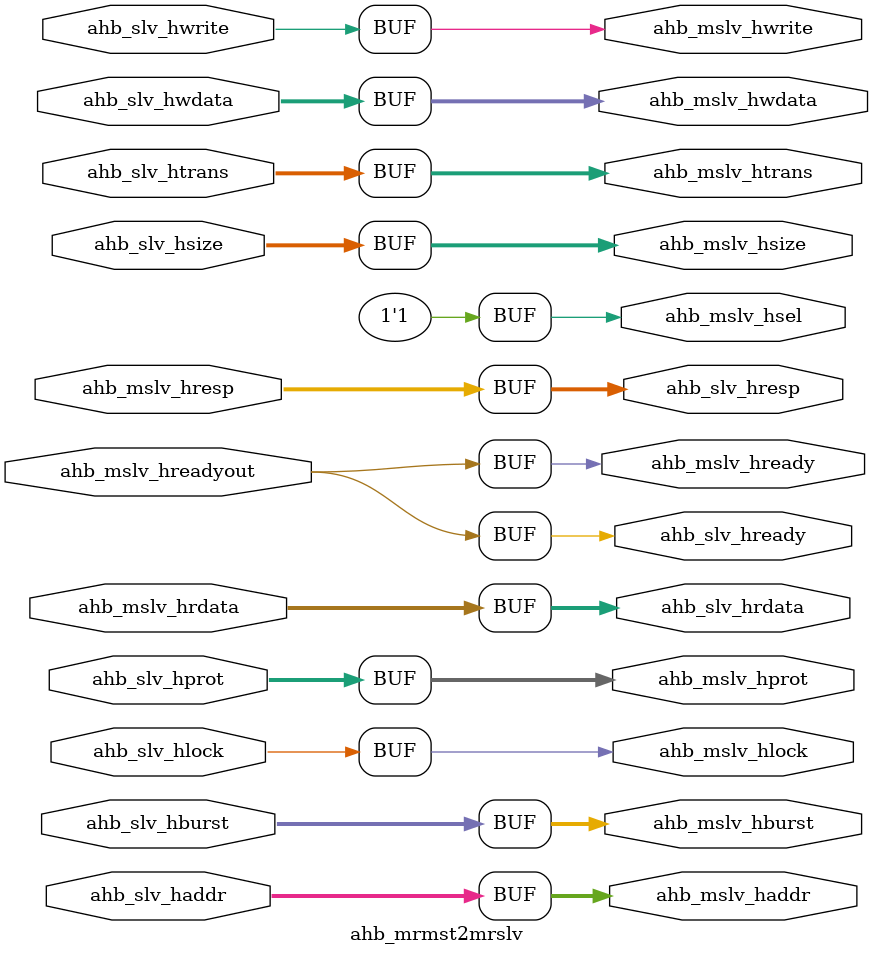
<source format=v>

module ahb_mrmst2mrslv (
	//AHB Mirrored Master (input)
	input	[31:0]	ahb_slv_haddr		,
	input	[ 1:0]	ahb_slv_htrans		,
	input			ahb_slv_hwrite		,
	input	[ 2:0]	ahb_slv_hsize		,
	input	[ 2:0]	ahb_slv_hburst		,
	input	[ 3:0]	ahb_slv_hprot		,
	input	[31:0]	ahb_slv_hwdata		,
	input			ahb_slv_hlock		,
	output	[31:0]	ahb_slv_hrdata		,
	output			ahb_slv_hready		,
	output	[ 1:0]	ahb_slv_hresp		,

	//AHB Mirrored Slave (output)
	output	[31:0]	ahb_mslv_haddr		,
	output	[ 1:0]	ahb_mslv_htrans		,
	output			ahb_mslv_hwrite		,
	output	[ 2:0]	ahb_mslv_hsize		,
	output	[ 2:0]	ahb_mslv_hburst		,
	output	[ 3:0]	ahb_mslv_hprot		,
	output	[31:0]	ahb_mslv_hwdata		,
	output			ahb_mslv_hlock		,
	output			ahb_mslv_hsel		,
	output			ahb_mslv_hready		,
	input	[31:0] 	ahb_mslv_hrdata		,
	input			ahb_mslv_hreadyout	,
	input	[ 1:0]	ahb_mslv_hresp		
);

	assign	ahb_mslv_haddr		=	ahb_slv_haddr		;
	assign	ahb_mslv_htrans		=	ahb_slv_htrans		;
	assign	ahb_mslv_hwrite		=	ahb_slv_hwrite		;
	assign	ahb_mslv_hsize		=	ahb_slv_hsize		;
	assign	ahb_mslv_hburst		=	ahb_slv_hburst		;
	assign	ahb_mslv_hprot		=	ahb_slv_hprot		;
	assign	ahb_mslv_hwdata		=	ahb_slv_hwdata		;
	assign	ahb_mslv_hlock		=	ahb_slv_hlock		;
	assign	ahb_mslv_hsel		=	1'b1				;
	assign	ahb_mslv_hready		=	ahb_mslv_hreadyout	;

	assign	ahb_slv_hrdata		=	ahb_mslv_hrdata		;
	assign	ahb_slv_hready		=	ahb_mslv_hreadyout	;
	assign	ahb_slv_hresp		=	ahb_mslv_hresp		;

endmodule


</source>
